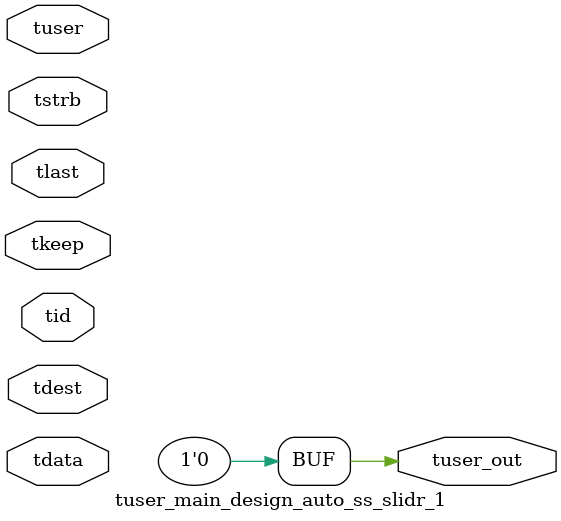
<source format=v>


`timescale 1ps/1ps

module tuser_main_design_auto_ss_slidr_1 #
(
parameter C_S_AXIS_TUSER_WIDTH = 1,
parameter C_S_AXIS_TDATA_WIDTH = 32,
parameter C_S_AXIS_TID_WIDTH   = 0,
parameter C_S_AXIS_TDEST_WIDTH = 0,
parameter C_M_AXIS_TUSER_WIDTH = 1
)
(
input  [(C_S_AXIS_TUSER_WIDTH == 0 ? 1 : C_S_AXIS_TUSER_WIDTH)-1:0     ] tuser,
input  [(C_S_AXIS_TDATA_WIDTH == 0 ? 1 : C_S_AXIS_TDATA_WIDTH)-1:0     ] tdata,
input  [(C_S_AXIS_TID_WIDTH   == 0 ? 1 : C_S_AXIS_TID_WIDTH)-1:0       ] tid,
input  [(C_S_AXIS_TDEST_WIDTH == 0 ? 1 : C_S_AXIS_TDEST_WIDTH)-1:0     ] tdest,
input  [(C_S_AXIS_TDATA_WIDTH/8)-1:0 ] tkeep,
input  [(C_S_AXIS_TDATA_WIDTH/8)-1:0 ] tstrb,
input                                                                    tlast,
output [C_M_AXIS_TUSER_WIDTH-1:0] tuser_out
);

assign tuser_out = {1'b0};

endmodule


</source>
